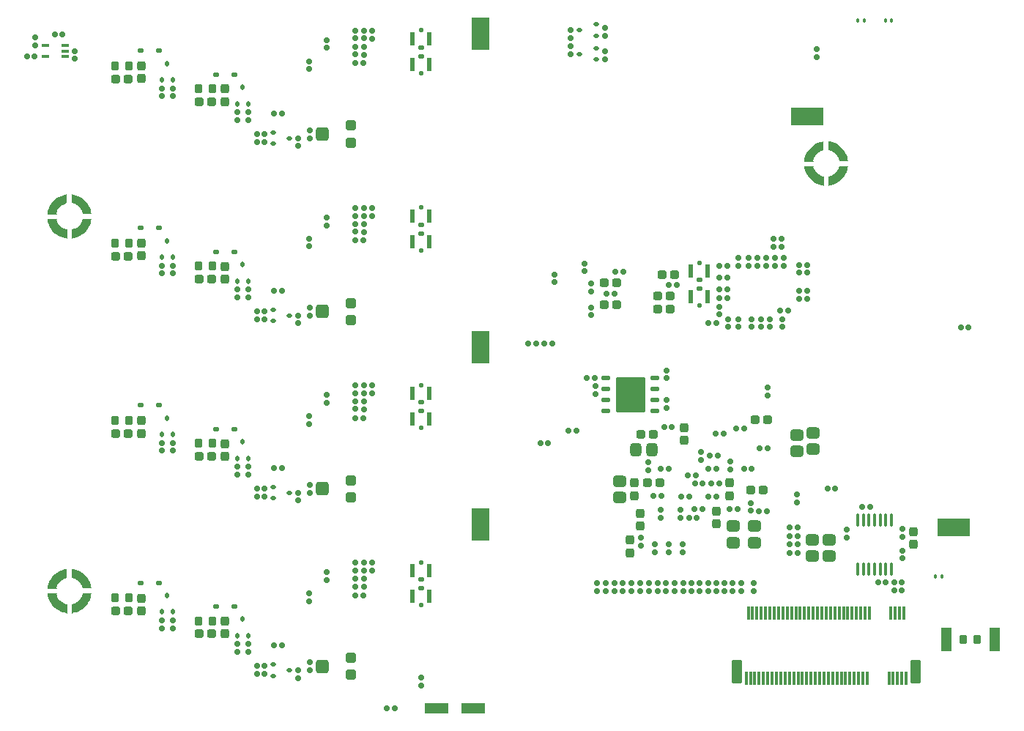
<source format=gbr>
%TF.GenerationSoftware,KiCad,Pcbnew,9.0.0*%
%TF.CreationDate,2025-04-15T14:45:55-04:00*%
%TF.ProjectId,Thunderscope_Rev5,5468756e-6465-4727-9363-6f70655f5265,rev?*%
%TF.SameCoordinates,Original*%
%TF.FileFunction,Paste,Bot*%
%TF.FilePolarity,Positive*%
%FSLAX46Y46*%
G04 Gerber Fmt 4.6, Leading zero omitted, Abs format (unit mm)*
G04 Created by KiCad (PCBNEW 9.0.0) date 2025-04-15 14:45:55*
%MOMM*%
%LPD*%
G01*
G04 APERTURE LIST*
G04 Aperture macros list*
%AMRoundRect*
0 Rectangle with rounded corners*
0 $1 Rounding radius*
0 $2 $3 $4 $5 $6 $7 $8 $9 X,Y pos of 4 corners*
0 Add a 4 corners polygon primitive as box body*
4,1,4,$2,$3,$4,$5,$6,$7,$8,$9,$2,$3,0*
0 Add four circle primitives for the rounded corners*
1,1,$1+$1,$2,$3*
1,1,$1+$1,$4,$5*
1,1,$1+$1,$6,$7*
1,1,$1+$1,$8,$9*
0 Add four rect primitives between the rounded corners*
20,1,$1+$1,$2,$3,$4,$5,0*
20,1,$1+$1,$4,$5,$6,$7,0*
20,1,$1+$1,$6,$7,$8,$9,0*
20,1,$1+$1,$8,$9,$2,$3,0*%
G04 Aperture macros list end*
%ADD10C,0.010000*%
%ADD11C,0.000000*%
%ADD12RoundRect,0.160000X0.160000X0.160000X-0.160000X0.160000X-0.160000X-0.160000X0.160000X-0.160000X0*%
%ADD13RoundRect,0.125000X-0.200000X-0.125000X0.200000X-0.125000X0.200000X0.125000X-0.200000X0.125000X0*%
%ADD14RoundRect,0.225000X0.225000X-0.275000X0.225000X0.275000X-0.225000X0.275000X-0.225000X-0.275000X0*%
%ADD15RoundRect,0.160000X0.160000X-0.160000X0.160000X0.160000X-0.160000X0.160000X-0.160000X-0.160000X0*%
%ADD16RoundRect,0.237500X0.287500X-0.237500X0.287500X0.237500X-0.287500X0.237500X-0.287500X-0.237500X0*%
%ADD17RoundRect,0.075000X0.075000X-0.175000X0.075000X0.175000X-0.075000X0.175000X-0.075000X-0.175000X0*%
%ADD18RoundRect,0.300000X-0.300000X0.300000X-0.300000X-0.300000X0.300000X-0.300000X0.300000X0.300000X0*%
%ADD19RoundRect,0.375000X-0.375000X0.425000X-0.375000X-0.425000X0.375000X-0.425000X0.375000X0.425000X0*%
%ADD20RoundRect,0.237500X-0.287500X0.237500X-0.287500X-0.237500X0.287500X-0.237500X0.287500X0.237500X0*%
%ADD21RoundRect,0.237500X0.237500X0.287500X-0.237500X0.287500X-0.237500X-0.287500X0.237500X-0.287500X0*%
%ADD22RoundRect,0.325000X-0.325000X0.425000X-0.325000X-0.425000X0.325000X-0.425000X0.325000X0.425000X0*%
%ADD23RoundRect,0.160000X-0.160000X0.160000X-0.160000X-0.160000X0.160000X-0.160000X0.160000X0.160000X0*%
%ADD24RoundRect,0.150000X0.150000X0.150000X-0.150000X0.150000X-0.150000X-0.150000X0.150000X-0.150000X0*%
%ADD25RoundRect,0.160000X-0.160000X-0.160000X0.160000X-0.160000X0.160000X0.160000X-0.160000X0.160000X0*%
%ADD26RoundRect,0.101500X0.913500X-1.798500X0.913500X1.798500X-0.913500X1.798500X-0.913500X-1.798500X0*%
%ADD27RoundRect,0.117500X0.182500X-0.117500X0.182500X0.117500X-0.182500X0.117500X-0.182500X-0.117500X0*%
%ADD28RoundRect,0.150000X-0.150000X-0.150000X0.150000X-0.150000X0.150000X0.150000X-0.150000X0.150000X0*%
%ADD29RoundRect,0.150000X-0.150000X0.150000X-0.150000X-0.150000X0.150000X-0.150000X0.150000X0.150000X0*%
%ADD30RoundRect,0.150000X0.150000X-0.150000X0.150000X0.150000X-0.150000X0.150000X-0.150000X-0.150000X0*%
%ADD31RoundRect,0.237500X-0.237500X-0.287500X0.237500X-0.287500X0.237500X0.287500X-0.237500X0.287500X0*%
%ADD32RoundRect,0.137500X0.162500X0.137500X-0.162500X0.137500X-0.162500X-0.137500X0.162500X-0.137500X0*%
%ADD33RoundRect,0.145000X-0.145000X-0.645000X0.145000X-0.645000X0.145000X0.645000X-0.145000X0.645000X0*%
%ADD34RoundRect,0.125000X0.125000X0.125000X-0.125000X0.125000X-0.125000X-0.125000X0.125000X-0.125000X0*%
%ADD35RoundRect,0.145000X0.145000X0.645000X-0.145000X0.645000X-0.145000X-0.645000X0.145000X-0.645000X0*%
%ADD36RoundRect,0.117500X-0.182500X0.117500X-0.182500X-0.117500X0.182500X-0.117500X0.182500X0.117500X0*%
%ADD37RoundRect,0.137500X-0.162500X-0.137500X0.162500X-0.137500X0.162500X0.137500X-0.162500X0.137500X0*%
%ADD38RoundRect,0.125000X-0.125000X-0.125000X0.125000X-0.125000X0.125000X0.125000X-0.125000X0.125000X0*%
%ADD39RoundRect,0.325000X0.425000X0.325000X-0.425000X0.325000X-0.425000X-0.325000X0.425000X-0.325000X0*%
%ADD40RoundRect,0.325000X-0.425000X-0.325000X0.425000X-0.325000X0.425000X0.325000X-0.425000X0.325000X0*%
%ADD41RoundRect,0.117500X0.117500X0.182500X-0.117500X0.182500X-0.117500X-0.182500X0.117500X-0.182500X0*%
%ADD42RoundRect,0.225000X-0.225000X0.275000X-0.225000X-0.275000X0.225000X-0.275000X0.225000X0.275000X0*%
%ADD43RoundRect,0.075000X-0.075000X0.175000X-0.075000X-0.175000X0.075000X-0.175000X0.075000X0.175000X0*%
%ADD44RoundRect,0.060000X-1.315000X-0.540000X1.315000X-0.540000X1.315000X0.540000X-1.315000X0.540000X0*%
%ADD45RoundRect,0.100000X0.100000X-0.637500X0.100000X0.637500X-0.100000X0.637500X-0.100000X-0.637500X0*%
%ADD46RoundRect,0.060000X-0.540000X1.315000X-0.540000X-1.315000X0.540000X-1.315000X0.540000X1.315000X0*%
%ADD47RoundRect,0.101500X-1.798500X-0.913500X1.798500X-0.913500X1.798500X0.913500X-1.798500X0.913500X0*%
%ADD48RoundRect,0.112500X0.412500X-0.112500X0.412500X0.112500X-0.412500X0.112500X-0.412500X-0.112500X0*%
%ADD49RoundRect,0.085000X1.615000X-1.915000X1.615000X1.915000X-1.615000X1.915000X-1.615000X-1.915000X0*%
%ADD50RoundRect,0.100000X0.325000X-0.100000X0.325000X0.100000X-0.325000X0.100000X-0.325000X-0.100000X0*%
%ADD51RoundRect,0.076200X-0.076200X-0.698500X0.076200X-0.698500X0.076200X0.698500X-0.076200X0.698500X0*%
%ADD52RoundRect,0.119380X-0.477520X-1.252220X0.477520X-1.252220X0.477520X1.252220X-0.477520X1.252220X0*%
G04 APERTURE END LIST*
D10*
%TO.C,SO2*%
X94458731Y-85103626D02*
X95481096Y-85103600D01*
X95481095Y-85703597D02*
X94458768Y-85703889D01*
X96701121Y-87945964D02*
X96701095Y-86923599D01*
X97301092Y-86923600D02*
X97301384Y-87945927D01*
D11*
G36*
X96701098Y-83883600D02*
G01*
X96401274Y-83975099D01*
X96141157Y-84114840D01*
X95905559Y-84308065D01*
X95711482Y-84544940D01*
X95570838Y-84807982D01*
X95481095Y-85103600D01*
X94458731Y-85103624D01*
X94497797Y-84867783D01*
X94561599Y-84627416D01*
X94645296Y-84401695D01*
X94752759Y-84179433D01*
X94879752Y-83970594D01*
X95027016Y-83773688D01*
X95190789Y-83593519D01*
X95365843Y-83433942D01*
X95568586Y-83281921D01*
X95780047Y-83153568D01*
X95994491Y-83049805D01*
X96222649Y-82964825D01*
X96457762Y-82901923D01*
X96700807Y-82861273D01*
X96701098Y-83883600D01*
G37*
G36*
X95572594Y-86003421D02*
G01*
X95712335Y-86263538D01*
X95905560Y-86499136D01*
X96142435Y-86693213D01*
X96405477Y-86833857D01*
X96701095Y-86923600D01*
X96701119Y-87945964D01*
X96465278Y-87906898D01*
X96224911Y-87843096D01*
X95999190Y-87759399D01*
X95776928Y-87651936D01*
X95568089Y-87524943D01*
X95371183Y-87377679D01*
X95191014Y-87213906D01*
X95031437Y-87038852D01*
X94879416Y-86836109D01*
X94751063Y-86624648D01*
X94647300Y-86410204D01*
X94562320Y-86182046D01*
X94499418Y-85946933D01*
X94458768Y-85703888D01*
X95481095Y-85703597D01*
X95572594Y-86003421D01*
G37*
G36*
X97536912Y-82900302D02*
G01*
X97777279Y-82964104D01*
X98003000Y-83047801D01*
X98225262Y-83155264D01*
X98434101Y-83282257D01*
X98631007Y-83429521D01*
X98811176Y-83593294D01*
X98970753Y-83768348D01*
X99122774Y-83971091D01*
X99251127Y-84182552D01*
X99354890Y-84396996D01*
X99439870Y-84625154D01*
X99502772Y-84860267D01*
X99543422Y-85103312D01*
X98521095Y-85103603D01*
X98429596Y-84803779D01*
X98289855Y-84543662D01*
X98096630Y-84308064D01*
X97859755Y-84113987D01*
X97596713Y-83973343D01*
X97301095Y-83883600D01*
X97301071Y-82861236D01*
X97536912Y-82900302D01*
G37*
G36*
X99504393Y-85939417D02*
G01*
X99440591Y-86179784D01*
X99356894Y-86405505D01*
X99249431Y-86627767D01*
X99122438Y-86836606D01*
X98975174Y-87033512D01*
X98811401Y-87213681D01*
X98636347Y-87373258D01*
X98433604Y-87525279D01*
X98222143Y-87653632D01*
X98007699Y-87757395D01*
X97779541Y-87842375D01*
X97544428Y-87905277D01*
X97301383Y-87945927D01*
X97301092Y-86923600D01*
X97600916Y-86832101D01*
X97861033Y-86692360D01*
X98096631Y-86499135D01*
X98290708Y-86262260D01*
X98431352Y-85999218D01*
X98521095Y-85703600D01*
X99543459Y-85703576D01*
X99504393Y-85939417D01*
G37*
D10*
%TO.C,SO1*%
X181933731Y-78978626D02*
X182956096Y-78978600D01*
X182956095Y-79578597D02*
X181933768Y-79578889D01*
X184176121Y-81820964D02*
X184176095Y-80798599D01*
X184776092Y-80798600D02*
X184776384Y-81820927D01*
D11*
G36*
X184176098Y-77758600D02*
G01*
X183876274Y-77850099D01*
X183616157Y-77989840D01*
X183380559Y-78183065D01*
X183186482Y-78419940D01*
X183045838Y-78682982D01*
X182956095Y-78978600D01*
X181933731Y-78978624D01*
X181972797Y-78742783D01*
X182036599Y-78502416D01*
X182120296Y-78276695D01*
X182227759Y-78054433D01*
X182354752Y-77845594D01*
X182502016Y-77648688D01*
X182665789Y-77468519D01*
X182840843Y-77308942D01*
X183043586Y-77156921D01*
X183255047Y-77028568D01*
X183469491Y-76924805D01*
X183697649Y-76839825D01*
X183932762Y-76776923D01*
X184175807Y-76736273D01*
X184176098Y-77758600D01*
G37*
G36*
X183047594Y-79878421D02*
G01*
X183187335Y-80138538D01*
X183380560Y-80374136D01*
X183617435Y-80568213D01*
X183880477Y-80708857D01*
X184176095Y-80798600D01*
X184176119Y-81820964D01*
X183940278Y-81781898D01*
X183699911Y-81718096D01*
X183474190Y-81634399D01*
X183251928Y-81526936D01*
X183043089Y-81399943D01*
X182846183Y-81252679D01*
X182666014Y-81088906D01*
X182506437Y-80913852D01*
X182354416Y-80711109D01*
X182226063Y-80499648D01*
X182122300Y-80285204D01*
X182037320Y-80057046D01*
X181974418Y-79821933D01*
X181933768Y-79578888D01*
X182956095Y-79578597D01*
X183047594Y-79878421D01*
G37*
G36*
X185011912Y-76775302D02*
G01*
X185252279Y-76839104D01*
X185478000Y-76922801D01*
X185700262Y-77030264D01*
X185909101Y-77157257D01*
X186106007Y-77304521D01*
X186286176Y-77468294D01*
X186445753Y-77643348D01*
X186597774Y-77846091D01*
X186726127Y-78057552D01*
X186829890Y-78271996D01*
X186914870Y-78500154D01*
X186977772Y-78735267D01*
X187018422Y-78978312D01*
X185996095Y-78978603D01*
X185904596Y-78678779D01*
X185764855Y-78418662D01*
X185571630Y-78183064D01*
X185334755Y-77988987D01*
X185071713Y-77848343D01*
X184776095Y-77758600D01*
X184776071Y-76736236D01*
X185011912Y-76775302D01*
G37*
G36*
X186979393Y-79814417D02*
G01*
X186915591Y-80054784D01*
X186831894Y-80280505D01*
X186724431Y-80502767D01*
X186597438Y-80711606D01*
X186450174Y-80908512D01*
X186286401Y-81088681D01*
X186111347Y-81248258D01*
X185908604Y-81400279D01*
X185697143Y-81528632D01*
X185482699Y-81632395D01*
X185254541Y-81717375D01*
X185019428Y-81780277D01*
X184776383Y-81820927D01*
X184776092Y-80798600D01*
X185075916Y-80707101D01*
X185336033Y-80567360D01*
X185571631Y-80374135D01*
X185765708Y-80137260D01*
X185906352Y-79874218D01*
X185996095Y-79578600D01*
X187018459Y-79578576D01*
X186979393Y-79814417D01*
G37*
D10*
%TO.C,SO3*%
X94458731Y-128403626D02*
X95481096Y-128403600D01*
X95481095Y-129003597D02*
X94458768Y-129003889D01*
X96701121Y-131245964D02*
X96701095Y-130223599D01*
X97301092Y-130223600D02*
X97301384Y-131245927D01*
D11*
G36*
X96701098Y-127183600D02*
G01*
X96401274Y-127275099D01*
X96141157Y-127414840D01*
X95905559Y-127608065D01*
X95711482Y-127844940D01*
X95570838Y-128107982D01*
X95481095Y-128403600D01*
X94458731Y-128403624D01*
X94497797Y-128167783D01*
X94561599Y-127927416D01*
X94645296Y-127701695D01*
X94752759Y-127479433D01*
X94879752Y-127270594D01*
X95027016Y-127073688D01*
X95190789Y-126893519D01*
X95365843Y-126733942D01*
X95568586Y-126581921D01*
X95780047Y-126453568D01*
X95994491Y-126349805D01*
X96222649Y-126264825D01*
X96457762Y-126201923D01*
X96700807Y-126161273D01*
X96701098Y-127183600D01*
G37*
G36*
X95572594Y-129303421D02*
G01*
X95712335Y-129563538D01*
X95905560Y-129799136D01*
X96142435Y-129993213D01*
X96405477Y-130133857D01*
X96701095Y-130223600D01*
X96701119Y-131245964D01*
X96465278Y-131206898D01*
X96224911Y-131143096D01*
X95999190Y-131059399D01*
X95776928Y-130951936D01*
X95568089Y-130824943D01*
X95371183Y-130677679D01*
X95191014Y-130513906D01*
X95031437Y-130338852D01*
X94879416Y-130136109D01*
X94751063Y-129924648D01*
X94647300Y-129710204D01*
X94562320Y-129482046D01*
X94499418Y-129246933D01*
X94458768Y-129003888D01*
X95481095Y-129003597D01*
X95572594Y-129303421D01*
G37*
G36*
X97536912Y-126200302D02*
G01*
X97777279Y-126264104D01*
X98003000Y-126347801D01*
X98225262Y-126455264D01*
X98434101Y-126582257D01*
X98631007Y-126729521D01*
X98811176Y-126893294D01*
X98970753Y-127068348D01*
X99122774Y-127271091D01*
X99251127Y-127482552D01*
X99354890Y-127696996D01*
X99439870Y-127925154D01*
X99502772Y-128160267D01*
X99543422Y-128403312D01*
X98521095Y-128403603D01*
X98429596Y-128103779D01*
X98289855Y-127843662D01*
X98096630Y-127608064D01*
X97859755Y-127413987D01*
X97596713Y-127273343D01*
X97301095Y-127183600D01*
X97301071Y-126161236D01*
X97536912Y-126200302D01*
G37*
G36*
X99504393Y-129239417D02*
G01*
X99440591Y-129479784D01*
X99356894Y-129705505D01*
X99249431Y-129927767D01*
X99122438Y-130136606D01*
X98975174Y-130333512D01*
X98811401Y-130513681D01*
X98636347Y-130673258D01*
X98433604Y-130825279D01*
X98222143Y-130953632D01*
X98007699Y-131057395D01*
X97779541Y-131142375D01*
X97544428Y-131205277D01*
X97301383Y-131245927D01*
X97301092Y-130223600D01*
X97600916Y-130132101D01*
X97861033Y-129992360D01*
X98096631Y-129799135D01*
X98290708Y-129562260D01*
X98431352Y-129299218D01*
X98521095Y-129003600D01*
X99543459Y-129003576D01*
X99504393Y-129239417D01*
G37*
%TO.C,U19*%
G36*
X161761106Y-105913620D02*
G01*
X160261106Y-105913620D01*
X160261106Y-104113620D01*
X161761106Y-104113620D01*
X161761106Y-105913620D01*
G37*
G36*
X161761106Y-107913600D02*
G01*
X160261106Y-107913600D01*
X160261106Y-106113600D01*
X161761106Y-106113600D01*
X161761106Y-107913600D01*
G37*
G36*
X163461096Y-105913600D02*
G01*
X161961096Y-105913600D01*
X161961096Y-104113600D01*
X163461096Y-104113600D01*
X163461096Y-105913600D01*
G37*
G36*
X163461106Y-107913580D02*
G01*
X161961106Y-107913580D01*
X161961106Y-106113580D01*
X163461106Y-106113580D01*
X163461106Y-107913580D01*
G37*
%TD*%
D12*
%TO.C,C172*%
X165351095Y-119306100D03*
X165351095Y-120226100D03*
%TD*%
D13*
%TO.C,D1001_4*%
X113951095Y-130503600D03*
X116051095Y-130503600D03*
%TD*%
D14*
%TO.C,R1028_4*%
X113501105Y-132152950D03*
X111901105Y-132152950D03*
%TD*%
D15*
%TO.C,C92*%
X171811095Y-97703600D03*
X170891095Y-97703600D03*
%TD*%
%TO.C,C149*%
X166661095Y-109753600D03*
X165741095Y-109753600D03*
%TD*%
D16*
%TO.C,C21*%
X160251095Y-95603600D03*
X158801095Y-95603600D03*
%TD*%
D14*
%TO.C,R1028_2*%
X113501105Y-91152950D03*
X111901105Y-91152950D03*
%TD*%
D15*
%TO.C,C156*%
X171811095Y-114578600D03*
X170891095Y-114578600D03*
%TD*%
D17*
%TO.C,D4*%
X188851095Y-62803600D03*
X188151095Y-62803600D03*
%TD*%
D12*
%TO.C,C90*%
X175551095Y-90193600D03*
X175551095Y-91113600D03*
%TD*%
D18*
%TO.C,R1049_2*%
X129526095Y-95403600D03*
D19*
X126276095Y-96403600D03*
D18*
X129526095Y-97403600D03*
%TD*%
D20*
%TO.C,C147*%
X163026095Y-110578600D03*
X164476095Y-110578600D03*
%TD*%
%TO.C,C20*%
X165001095Y-96103600D03*
X166451095Y-96103600D03*
%TD*%
D21*
%TO.C,C1026_4*%
X105326095Y-129528601D03*
X105326095Y-130978599D03*
%TD*%
D22*
%TO.C,C145*%
X162441096Y-112353600D03*
X164341094Y-112353600D03*
%TD*%
D14*
%TO.C,R1027_4*%
X103876095Y-129503600D03*
X102276095Y-129503600D03*
%TD*%
D15*
%TO.C,C49*%
X180086095Y-96278600D03*
X179166095Y-96278600D03*
%TD*%
D23*
%TO.C,C1057_4*%
X120641095Y-135003600D03*
X121561095Y-135003600D03*
%TD*%
D24*
%TO.C,R1030_2*%
X117676095Y-93853610D03*
X117676095Y-94753610D03*
%TD*%
D25*
%TO.C,C1042_3*%
X131026095Y-107713600D03*
X131026095Y-106793600D03*
%TD*%
D20*
%TO.C,C26*%
X165501095Y-92103600D03*
X166951095Y-92103600D03*
%TD*%
D25*
%TO.C,C41*%
X159976095Y-128738600D03*
X159976095Y-127818600D03*
%TD*%
D16*
%TO.C,C15*%
X160251095Y-93078600D03*
X158801095Y-93078600D03*
%TD*%
D26*
%TO.C,TP3*%
X144501095Y-121053600D03*
%TD*%
D27*
%TO.C,Q1004_4*%
X122451105Y-137853600D03*
X120551095Y-138503610D03*
X120551095Y-137203600D03*
%TD*%
D24*
%TO.C,R1045_4*%
X130076095Y-125428610D03*
X130076095Y-126328610D03*
%TD*%
D28*
%TO.C,R1050_2*%
X123426095Y-97753590D03*
X123426095Y-96853590D03*
%TD*%
D14*
%TO.C,R1028_3*%
X113501105Y-111652950D03*
X111901105Y-111652950D03*
%TD*%
D28*
%TO.C,R1048_3*%
X124801095Y-117353590D03*
X124801095Y-116453590D03*
%TD*%
D27*
%TO.C,Q1004_1*%
X122451105Y-76353600D03*
X120551095Y-77003610D03*
X120551095Y-75703600D03*
%TD*%
D24*
%TO.C,R1030_3*%
X117676095Y-114353610D03*
X117676095Y-115253610D03*
%TD*%
D29*
%TO.C,R69*%
X180251105Y-124278600D03*
X181151105Y-124278600D03*
%TD*%
D26*
%TO.C,TP45*%
X144501095Y-64303600D03*
%TD*%
D30*
%TO.C,R7*%
X96201095Y-64403590D03*
X95301095Y-64403590D03*
%TD*%
D24*
%TO.C,R44*%
X179351095Y-88003600D03*
X179351095Y-88903600D03*
%TD*%
D18*
%TO.C,R1049_1*%
X129526095Y-74903600D03*
D19*
X126276095Y-75903600D03*
D18*
X129526095Y-76903600D03*
%TD*%
D31*
%TO.C,C1028_3*%
X114976095Y-113128600D03*
X114976095Y-111678600D03*
%TD*%
D32*
%TO.C,J7*%
X169801095Y-92728600D03*
D33*
X170761095Y-91753600D03*
D34*
X169801095Y-90753600D03*
D35*
X168841095Y-91753600D03*
%TD*%
D24*
%TO.C,R1036_4*%
X124751095Y-128978610D03*
X124751095Y-129878610D03*
%TD*%
D25*
%TO.C,C1042_2*%
X131026095Y-87213600D03*
X131026095Y-86293600D03*
%TD*%
D28*
%TO.C,R47*%
X182301095Y-91928601D03*
X182301095Y-91028601D03*
%TD*%
D25*
%TO.C,C1*%
X93051105Y-65663590D03*
X93051105Y-64743590D03*
%TD*%
D13*
%TO.C,D1001_1*%
X113951095Y-69003600D03*
X116051095Y-69003600D03*
%TD*%
D30*
%TO.C,R128*%
X155576090Y-110153601D03*
X154676090Y-110153601D03*
%TD*%
D24*
%TO.C,R1045_1*%
X130076095Y-63928610D03*
X130076095Y-64828610D03*
%TD*%
D20*
%TO.C,C23*%
X165001095Y-94603600D03*
X166451095Y-94603600D03*
%TD*%
D29*
%TO.C,R101*%
X150051105Y-100103600D03*
X150951105Y-100103600D03*
%TD*%
D28*
%TO.C,FB1001_3*%
X130051095Y-107678590D03*
X130051095Y-106778590D03*
%TD*%
D25*
%TO.C,C48*%
X177951095Y-98188600D03*
X177951095Y-97268600D03*
%TD*%
D16*
%TO.C,C1029_3*%
X113426105Y-113153600D03*
X111976105Y-113153600D03*
%TD*%
D24*
%TO.C,R111*%
X183426095Y-66103610D03*
X183426095Y-67003610D03*
%TD*%
D16*
%TO.C,C1029_1*%
X113426105Y-72153600D03*
X111976105Y-72153600D03*
%TD*%
D29*
%TO.C,R121*%
X151451105Y-111653600D03*
X152351105Y-111653600D03*
%TD*%
D15*
%TO.C,C154*%
X168611095Y-117778600D03*
X167691095Y-117778600D03*
%TD*%
D28*
%TO.C,R117*%
X181076095Y-118478590D03*
X181076095Y-117578590D03*
%TD*%
D30*
%TO.C,R1051_2*%
X119576085Y-97328590D03*
X118676085Y-97328590D03*
%TD*%
D24*
%TO.C,R39*%
X168917200Y-127803610D03*
X168917200Y-128703610D03*
%TD*%
D25*
%TO.C,C1054_4*%
X126726095Y-127438590D03*
X126726095Y-126518590D03*
%TD*%
D28*
%TO.C,FB2*%
X157276095Y-94053590D03*
X157276095Y-93153590D03*
%TD*%
D21*
%TO.C,C173*%
X162976095Y-119753601D03*
X162976095Y-121203599D03*
%TD*%
D36*
%TO.C,Q1*%
X155976085Y-63878590D03*
X157876095Y-63228580D03*
X157876095Y-64528590D03*
%TD*%
D21*
%TO.C,C1026_3*%
X105351095Y-109028601D03*
X105351095Y-110478599D03*
%TD*%
D30*
%TO.C,R1051_3*%
X119576085Y-117828590D03*
X118676085Y-117828590D03*
%TD*%
D15*
%TO.C,C139*%
X175021095Y-109903600D03*
X174101095Y-109903600D03*
%TD*%
D29*
%TO.C,R41*%
X133676105Y-142253600D03*
X134576105Y-142253600D03*
%TD*%
D24*
%TO.C,R24*%
X176076095Y-127803610D03*
X176076095Y-128703610D03*
%TD*%
D37*
%TO.C,J3_1*%
X137651095Y-66878600D03*
D35*
X136691095Y-67853600D03*
D38*
X137651095Y-68853600D03*
D33*
X138611095Y-67853600D03*
%TD*%
D25*
%TO.C,C32*%
X164976095Y-128738600D03*
X164976095Y-127818600D03*
%TD*%
D12*
%TO.C,C89*%
X179551095Y-90193600D03*
X179551095Y-91113600D03*
%TD*%
D14*
%TO.C,R1027_1*%
X103876095Y-68003600D03*
X102276095Y-68003600D03*
%TD*%
D24*
%TO.C,R36*%
X169876095Y-127803610D03*
X169876095Y-128703610D03*
%TD*%
D25*
%TO.C,C28*%
X166976095Y-128738600D03*
X166976095Y-127818600D03*
%TD*%
%TO.C,C36*%
X162976095Y-128738600D03*
X162976095Y-127818600D03*
%TD*%
D29*
%TO.C,R1052_4*%
X118676105Y-137378600D03*
X119576105Y-137378600D03*
%TD*%
D24*
%TO.C,R16*%
X156576095Y-90853610D03*
X156576095Y-91753610D03*
%TD*%
%TO.C,R35*%
X170826095Y-127803610D03*
X170826095Y-128703610D03*
%TD*%
%TO.C,FB3*%
X172151095Y-95828610D03*
X172151095Y-96728610D03*
%TD*%
D12*
%TO.C,C148*%
X163901095Y-113793600D03*
X163901095Y-114713600D03*
%TD*%
D30*
%TO.C,R1051_4*%
X119576085Y-138328590D03*
X118676085Y-138328590D03*
%TD*%
D14*
%TO.C,R1027_3*%
X103876095Y-109003600D03*
X102276095Y-109003600D03*
%TD*%
D24*
%TO.C,R15*%
X153051095Y-92103610D03*
X153051095Y-93003610D03*
%TD*%
D39*
%TO.C,C161*%
X160611095Y-116003601D03*
X160611095Y-117903599D03*
%TD*%
D40*
%TO.C,C153*%
X173751095Y-123116099D03*
X173751095Y-121216101D03*
%TD*%
D14*
%TO.C,R1028_1*%
X113501105Y-70652950D03*
X111901105Y-70652950D03*
%TD*%
D25*
%TO.C,C57*%
X179376095Y-98188600D03*
X179376095Y-97268600D03*
%TD*%
D40*
%TO.C,C152*%
X183001095Y-112328600D03*
X183001095Y-110428600D03*
%TD*%
D13*
%TO.C,D1000_4*%
X105226085Y-127753600D03*
X107326085Y-127753600D03*
%TD*%
D31*
%TO.C,C146*%
X168101095Y-111278600D03*
X168101095Y-109828600D03*
%TD*%
%TO.C,C1028_2*%
X114976095Y-92628600D03*
X114976095Y-91178600D03*
%TD*%
D24*
%TO.C,R1029_1*%
X108951095Y-70603610D03*
X108951095Y-71503610D03*
%TD*%
D31*
%TO.C,C1028_4*%
X114976095Y-133628600D03*
X114976095Y-132178600D03*
%TD*%
D20*
%TO.C,C163*%
X163826095Y-116203600D03*
X165276095Y-116203600D03*
%TD*%
D16*
%TO.C,C142*%
X177736094Y-108923600D03*
X176286096Y-108923600D03*
%TD*%
D15*
%TO.C,C25*%
X167236095Y-93353600D03*
X166316095Y-93353600D03*
%TD*%
D28*
%TO.C,R1050_4*%
X123426095Y-138753590D03*
X123426095Y-137853590D03*
%TD*%
D30*
%TO.C,R53*%
X182276085Y-94953600D03*
X181376085Y-94953600D03*
%TD*%
D25*
%TO.C,C1054_3*%
X126726095Y-106938590D03*
X126726095Y-106018590D03*
%TD*%
D41*
%TO.C,Q1003_3*%
X117026105Y-111478590D03*
X117676115Y-113378600D03*
X116376105Y-113378600D03*
%TD*%
D30*
%TO.C,R1*%
X185526085Y-116892350D03*
X184626085Y-116892350D03*
%TD*%
D24*
%TO.C,R40*%
X167976095Y-127803610D03*
X167976095Y-128703610D03*
%TD*%
%TO.C,R1029_3*%
X108951095Y-111603610D03*
X108951095Y-112503610D03*
%TD*%
%TO.C,R1045_3*%
X130076095Y-104928610D03*
X130076095Y-105828610D03*
%TD*%
D13*
%TO.C,D1000_2*%
X105226085Y-86753600D03*
X107326085Y-86753600D03*
%TD*%
D28*
%TO.C,R1031_3*%
X107651095Y-112503590D03*
X107651095Y-111603590D03*
%TD*%
D42*
%TO.C,R54*%
X200351096Y-134303600D03*
X201951094Y-134303600D03*
%TD*%
D24*
%TO.C,R68*%
X157776095Y-105053610D03*
X157776095Y-105953610D03*
%TD*%
D15*
%TO.C,C1041_4*%
X130986095Y-129203600D03*
X130066095Y-129203600D03*
%TD*%
D25*
%TO.C,C1054_2*%
X126726095Y-86438590D03*
X126726095Y-85518590D03*
%TD*%
%TO.C,C56*%
X176951095Y-98188600D03*
X176951095Y-97268600D03*
%TD*%
D29*
%TO.C,R1052_2*%
X118676105Y-96378600D03*
X119576105Y-96378600D03*
%TD*%
D24*
%TO.C,R114*%
X175741095Y-118543610D03*
X175741095Y-119443610D03*
%TD*%
D29*
%TO.C,R3*%
X192326105Y-128653600D03*
X193226105Y-128653600D03*
%TD*%
D23*
%TO.C,C129*%
X156841095Y-104083600D03*
X157761095Y-104083600D03*
%TD*%
D12*
%TO.C,C171*%
X167651095Y-119306100D03*
X167651095Y-120226100D03*
%TD*%
D16*
%TO.C,C1027_3*%
X103801095Y-110503600D03*
X102351095Y-110503600D03*
%TD*%
D28*
%TO.C,R67*%
X166061096Y-104113591D03*
X166061096Y-103213591D03*
%TD*%
D29*
%TO.C,FB12*%
X169301105Y-116278600D03*
X170201105Y-116278600D03*
%TD*%
D15*
%TO.C,C27*%
X161036095Y-91828600D03*
X160116095Y-91828600D03*
%TD*%
D24*
%TO.C,R1046_1*%
X131026095Y-63928610D03*
X131026095Y-64828610D03*
%TD*%
D18*
%TO.C,R1049_3*%
X129526095Y-115903600D03*
D19*
X126276095Y-116903600D03*
D18*
X129526095Y-117903600D03*
%TD*%
D23*
%TO.C,C63*%
X172166095Y-94853600D03*
X173086095Y-94853600D03*
%TD*%
D12*
%TO.C,C50*%
X177551095Y-90193600D03*
X177551095Y-91113600D03*
%TD*%
D21*
%TO.C,C1026_2*%
X105351095Y-88528601D03*
X105351095Y-89978599D03*
%TD*%
D25*
%TO.C,C1042_1*%
X131026095Y-66713600D03*
X131026095Y-65793600D03*
%TD*%
D13*
%TO.C,D1000_1*%
X105226085Y-66253600D03*
X107326085Y-66253600D03*
%TD*%
D24*
%TO.C,R31*%
X172717200Y-127803610D03*
X172717200Y-128703610D03*
%TD*%
D12*
%TO.C,C170*%
X166276095Y-123306100D03*
X166276095Y-124226100D03*
%TD*%
D23*
%TO.C,C88*%
X172166095Y-92453590D03*
X173086095Y-92453590D03*
%TD*%
D43*
%TO.C,D3*%
X197126095Y-127003600D03*
X197826095Y-127003600D03*
%TD*%
D29*
%TO.C,R119*%
X180251105Y-121378600D03*
X181151105Y-121378600D03*
%TD*%
D30*
%TO.C,FB11*%
X171781085Y-117773600D03*
X170881085Y-117773600D03*
%TD*%
D41*
%TO.C,Q1002_4*%
X108301095Y-129228590D03*
X108951105Y-131128600D03*
X107651095Y-131128600D03*
%TD*%
D43*
%TO.C,D5*%
X191351095Y-62803600D03*
X192051095Y-62803600D03*
%TD*%
D29*
%TO.C,R60*%
X188651105Y-119003600D03*
X189551105Y-119003600D03*
%TD*%
D15*
%TO.C,C1041_2*%
X130986095Y-88203600D03*
X130066095Y-88203600D03*
%TD*%
D37*
%TO.C,J3_4*%
X137651095Y-128378600D03*
D35*
X136691095Y-129353600D03*
D38*
X137651095Y-130353600D03*
D33*
X138611095Y-129353600D03*
%TD*%
D12*
%TO.C,C59*%
X176551095Y-90193600D03*
X176551095Y-91113600D03*
%TD*%
D24*
%TO.C,R1046_4*%
X131026095Y-125428610D03*
X131026095Y-126328610D03*
%TD*%
D27*
%TO.C,Q1004_2*%
X122451105Y-96853600D03*
X120551095Y-97503610D03*
X120551095Y-96203600D03*
%TD*%
%TO.C,Q1004_3*%
X122451105Y-117353600D03*
X120551095Y-118003610D03*
X120551095Y-116703600D03*
%TD*%
D24*
%TO.C,R1036_1*%
X124751095Y-67478610D03*
X124751095Y-68378610D03*
%TD*%
%TO.C,R1036_3*%
X124751095Y-108478610D03*
X124751095Y-109378610D03*
%TD*%
D12*
%TO.C,C164*%
X173401095Y-113718600D03*
X173401095Y-114638600D03*
%TD*%
D37*
%TO.C,J3_3*%
X137651095Y-107878600D03*
D35*
X136691095Y-108853600D03*
D38*
X137651095Y-109853600D03*
D33*
X138611095Y-108853600D03*
%TD*%
D44*
%TO.C,TP15*%
X139426095Y-142253600D03*
%TD*%
D45*
%TO.C,U10*%
X192026095Y-126191100D03*
X191376095Y-126191100D03*
X190726095Y-126191100D03*
X190076095Y-126191100D03*
X189426095Y-126191100D03*
X188776095Y-126191100D03*
X188126095Y-126191100D03*
X188126095Y-120466100D03*
X188776095Y-120466100D03*
X189426095Y-120466100D03*
X190076095Y-120466100D03*
X190726095Y-120466100D03*
X191376095Y-120466100D03*
X192026095Y-120466100D03*
%TD*%
D12*
%TO.C,C60*%
X174351095Y-90193600D03*
X174351095Y-91113600D03*
%TD*%
D13*
%TO.C,D1001_2*%
X113951095Y-89503600D03*
X116051095Y-89503600D03*
%TD*%
D18*
%TO.C,R1049_4*%
X129526095Y-136403600D03*
D19*
X126276095Y-137403600D03*
D18*
X129526095Y-138403600D03*
%TD*%
D28*
%TO.C,R9*%
X158951095Y-64528580D03*
X158951095Y-63628580D03*
%TD*%
D23*
%TO.C,C52*%
X172166095Y-91113590D03*
X173086095Y-91113590D03*
%TD*%
D30*
%TO.C,R63*%
X191376085Y-127703600D03*
X190476085Y-127703600D03*
%TD*%
D23*
%TO.C,C167*%
X171166095Y-116253600D03*
X172086095Y-116253600D03*
%TD*%
D24*
%TO.C,R27*%
X174626095Y-127803610D03*
X174626095Y-128703610D03*
%TD*%
D28*
%TO.C,R1031_1*%
X107651095Y-71503590D03*
X107651095Y-70603590D03*
%TD*%
D46*
%TO.C,TP20*%
X203951096Y-134303600D03*
%TD*%
D23*
%TO.C,C140*%
X174971095Y-114578600D03*
X175891095Y-114578600D03*
%TD*%
D28*
%TO.C,R1032_2*%
X116376095Y-94753590D03*
X116376095Y-93853590D03*
%TD*%
D23*
%TO.C,C1057_1*%
X120641095Y-73503600D03*
X121561095Y-73503600D03*
%TD*%
D12*
%TO.C,C78*%
X193326095Y-121543600D03*
X193326095Y-122463600D03*
%TD*%
D30*
%TO.C,R1051_1*%
X119576085Y-76828590D03*
X118676085Y-76828590D03*
%TD*%
D47*
%TO.C,TP74*%
X199225000Y-121325000D03*
%TD*%
D28*
%TO.C,FB1001_4*%
X130051095Y-128178590D03*
X130051095Y-127278590D03*
%TD*%
D25*
%TO.C,C1033_4*%
X132026095Y-126363600D03*
X132026095Y-125443600D03*
%TD*%
D28*
%TO.C,R1031_2*%
X107651095Y-92003590D03*
X107651095Y-91103590D03*
%TD*%
D31*
%TO.C,C168*%
X161826095Y-124278599D03*
X161826095Y-122828601D03*
%TD*%
D24*
%TO.C,R8*%
X97651105Y-66303600D03*
X97651105Y-67203600D03*
%TD*%
D32*
%TO.C,J4_2*%
X137631665Y-86362320D03*
D33*
X138591665Y-85387320D03*
D34*
X137631665Y-84387320D03*
D35*
X136671665Y-85387320D03*
%TD*%
D15*
%TO.C,C191*%
X166246095Y-114578600D03*
X165326095Y-114578600D03*
%TD*%
D41*
%TO.C,Q1003_4*%
X117026105Y-131978590D03*
X117676115Y-133878600D03*
X116376105Y-133878600D03*
%TD*%
D23*
%TO.C,C61*%
X172166095Y-93853600D03*
X173086095Y-93853600D03*
%TD*%
D30*
%TO.C,R113*%
X177591085Y-119463600D03*
X176691085Y-119463600D03*
%TD*%
D15*
%TO.C,C141*%
X177711095Y-112178600D03*
X176791095Y-112178600D03*
%TD*%
D25*
%TO.C,C1042_4*%
X131026095Y-128213600D03*
X131026095Y-127293600D03*
%TD*%
D41*
%TO.C,Q1003_2*%
X117026105Y-90978590D03*
X117676115Y-92878600D03*
X116376105Y-92878600D03*
%TD*%
D40*
%TO.C,C144*%
X181101095Y-112553600D03*
X181101095Y-110653600D03*
%TD*%
D24*
%TO.C,R1030_4*%
X117676095Y-134853610D03*
X117676095Y-135753610D03*
%TD*%
D41*
%TO.C,Q1002_1*%
X108301095Y-67728590D03*
X108951105Y-69628600D03*
X107651095Y-69628600D03*
%TD*%
D25*
%TO.C,C53*%
X175851095Y-98188600D03*
X175851095Y-97268600D03*
%TD*%
D24*
%TO.C,R1029_2*%
X108951095Y-91103610D03*
X108951095Y-92003610D03*
%TD*%
%TO.C,R28*%
X173667200Y-127803610D03*
X173667200Y-128703610D03*
%TD*%
D16*
%TO.C,C1027_2*%
X103801095Y-90003600D03*
X102351095Y-90003600D03*
%TD*%
D15*
%TO.C,C150*%
X165461095Y-117713600D03*
X164541095Y-117713600D03*
%TD*%
D28*
%TO.C,FB1001_1*%
X130051095Y-66678590D03*
X130051095Y-65778590D03*
%TD*%
D40*
%TO.C,C87*%
X176151095Y-123116099D03*
X176151095Y-121216101D03*
%TD*%
D32*
%TO.C,J4_4*%
X137631665Y-127362320D03*
D33*
X138591665Y-126387320D03*
D34*
X137631665Y-125387320D03*
D35*
X136671665Y-126387320D03*
%TD*%
D32*
%TO.C,J4_3*%
X137631665Y-106862320D03*
D33*
X138591665Y-105887320D03*
D34*
X137631665Y-104887320D03*
D35*
X136671665Y-105887320D03*
%TD*%
D25*
%TO.C,C189*%
X167876095Y-124226100D03*
X167876095Y-123306100D03*
%TD*%
D28*
%TO.C,R59*%
X177676095Y-106103590D03*
X177676095Y-105203590D03*
%TD*%
D14*
%TO.C,R1027_2*%
X103876095Y-88503600D03*
X102276095Y-88503600D03*
%TD*%
D28*
%TO.C,R45*%
X178401105Y-88903580D03*
X178401105Y-88003580D03*
%TD*%
D24*
%TO.C,R1046_3*%
X131026095Y-104928610D03*
X131026095Y-105828610D03*
%TD*%
D29*
%TO.C,R58*%
X200051105Y-98203600D03*
X200951105Y-98203600D03*
%TD*%
D28*
%TO.C,R46*%
X181351095Y-91928600D03*
X181351095Y-91028600D03*
%TD*%
D29*
%TO.C,R1052_3*%
X118676105Y-116878600D03*
X119576105Y-116878600D03*
%TD*%
D28*
%TO.C,R62*%
X193326095Y-124928590D03*
X193326095Y-124028590D03*
%TD*%
D41*
%TO.C,Q1002_2*%
X108301095Y-88228590D03*
X108951105Y-90128600D03*
X107651095Y-90128600D03*
%TD*%
D37*
%TO.C,J6*%
X169801095Y-93728600D03*
D35*
X168841095Y-94703600D03*
D38*
X169801095Y-95703600D03*
D33*
X170761095Y-94703600D03*
%TD*%
D41*
%TO.C,Q1003_1*%
X117026105Y-70478590D03*
X117676115Y-72378600D03*
X116376105Y-72378600D03*
%TD*%
D25*
%TO.C,C190*%
X163076095Y-123463600D03*
X163076095Y-122543600D03*
%TD*%
%TO.C,C1054_1*%
X126726095Y-65938590D03*
X126726095Y-65018590D03*
%TD*%
D28*
%TO.C,R1032_3*%
X116376095Y-115253590D03*
X116376095Y-114353590D03*
%TD*%
D24*
%TO.C,R1030_1*%
X117676095Y-73353610D03*
X117676095Y-74253610D03*
%TD*%
D23*
%TO.C,C174*%
X180241095Y-122353600D03*
X181161095Y-122353600D03*
%TD*%
D12*
%TO.C,C58*%
X178551095Y-90193600D03*
X178551095Y-91113600D03*
%TD*%
D39*
%TO.C,C86*%
X182901095Y-122753600D03*
X182901095Y-124653600D03*
%TD*%
D16*
%TO.C,C1027_4*%
X103801095Y-131003600D03*
X102351095Y-131003600D03*
%TD*%
D30*
%TO.C,R50*%
X182276085Y-93978600D03*
X181376085Y-93978600D03*
%TD*%
D47*
%TO.C,TP73*%
X182325000Y-73875000D03*
%TD*%
D28*
%TO.C,R1032_4*%
X116376095Y-135753590D03*
X116376095Y-134853590D03*
%TD*%
D25*
%TO.C,C1033_3*%
X132026095Y-105863600D03*
X132026095Y-104943600D03*
%TD*%
D16*
%TO.C,C1027_1*%
X103801095Y-69503600D03*
X102351095Y-69503600D03*
%TD*%
D37*
%TO.C,J3_2*%
X137651095Y-87378600D03*
D35*
X136691095Y-88353600D03*
D38*
X137651095Y-89353600D03*
D33*
X138611095Y-88353600D03*
%TD*%
D23*
%TO.C,C157*%
X173291095Y-119253600D03*
X174211095Y-119253600D03*
%TD*%
D24*
%TO.C,FB1*%
X157276095Y-95928610D03*
X157276095Y-96828610D03*
%TD*%
D21*
%TO.C,C162*%
X162311095Y-116228601D03*
X162311095Y-117678599D03*
%TD*%
D31*
%TO.C,C1028_1*%
X114976095Y-72128600D03*
X114976095Y-70678600D03*
%TD*%
D29*
%TO.C,R2*%
X192326105Y-127703600D03*
X193226105Y-127703600D03*
%TD*%
D25*
%TO.C,C37*%
X161976095Y-128738600D03*
X161976095Y-127818600D03*
%TD*%
D15*
%TO.C,C155*%
X170186095Y-119253600D03*
X169266095Y-119253600D03*
%TD*%
D28*
%TO.C,FB1001_2*%
X130051095Y-87178590D03*
X130051095Y-86278590D03*
%TD*%
D16*
%TO.C,C143*%
X177246094Y-116993600D03*
X175796096Y-116993600D03*
%TD*%
D31*
%TO.C,C158*%
X173326095Y-117678599D03*
X173326095Y-116228601D03*
%TD*%
D12*
%TO.C,C82*%
X137651095Y-138718600D03*
X137651095Y-139638600D03*
%TD*%
D36*
%TO.C,Q2*%
X155976085Y-66628600D03*
X157876095Y-65978590D03*
X157876095Y-67278600D03*
%TD*%
D29*
%TO.C,R84*%
X92101115Y-66953590D03*
X93001115Y-66953590D03*
%TD*%
D48*
%TO.C,U19*%
X164681096Y-104108600D03*
X164681096Y-105378600D03*
X164681096Y-106648600D03*
X164681096Y-107918600D03*
X159041096Y-107918600D03*
X159041096Y-106648600D03*
X159041096Y-105378600D03*
X159041096Y-104108600D03*
D49*
X161861096Y-106013600D03*
%TD*%
D29*
%TO.C,R1052_1*%
X118676105Y-75878600D03*
X119576105Y-75878600D03*
%TD*%
D28*
%TO.C,R1048_2*%
X124801095Y-96853590D03*
X124801095Y-95953590D03*
%TD*%
D29*
%TO.C,FB13*%
X168626105Y-120228600D03*
X169526105Y-120228600D03*
%TD*%
D28*
%TO.C,R1048_1*%
X124801095Y-76353590D03*
X124801095Y-75453590D03*
%TD*%
D31*
%TO.C,C159*%
X171791095Y-120908599D03*
X171791095Y-119458601D03*
%TD*%
D50*
%TO.C,U1*%
X96476106Y-65653590D03*
X96476105Y-66303590D03*
X96476106Y-66953590D03*
X94226104Y-66953590D03*
X94226104Y-65653590D03*
%TD*%
D28*
%TO.C,R1032_1*%
X116376095Y-74253590D03*
X116376095Y-73353590D03*
%TD*%
D51*
%TO.C,J8*%
X175226095Y-138803600D03*
X175476095Y-131253600D03*
X175726095Y-138803600D03*
X175976095Y-131253600D03*
X176226095Y-138803600D03*
X176476095Y-131253600D03*
X176726095Y-138803600D03*
X176976095Y-131253600D03*
X177226095Y-138803600D03*
X177476095Y-131253600D03*
X177726095Y-138803600D03*
X177976095Y-131253600D03*
X178226095Y-138803600D03*
X178476095Y-131253600D03*
X178726095Y-138803600D03*
X178976095Y-131253600D03*
X179226095Y-138803600D03*
X179476095Y-131253600D03*
X179726095Y-138803600D03*
X179976095Y-131253600D03*
X180226095Y-138803600D03*
X180476095Y-131253600D03*
X180726095Y-138803600D03*
X180976095Y-131253600D03*
X181226095Y-138803600D03*
X181476095Y-131253600D03*
X181726095Y-138803600D03*
X181976095Y-131253600D03*
X182226095Y-138803600D03*
X182476095Y-131253600D03*
X182726095Y-138803600D03*
X182976095Y-131253600D03*
X183226095Y-138803600D03*
X183476095Y-131253600D03*
X183726095Y-138803600D03*
X183976095Y-131253600D03*
X184226095Y-138803600D03*
X184476095Y-131253600D03*
X184726095Y-138803600D03*
X184976095Y-131253600D03*
X185226095Y-138803600D03*
X185476095Y-131253600D03*
X185726095Y-138803600D03*
X185976095Y-131253600D03*
X186226095Y-138803600D03*
X186476095Y-131253600D03*
X186726095Y-138803600D03*
X186976095Y-131253600D03*
X187226095Y-138803600D03*
X187476095Y-131253600D03*
X187726095Y-138803600D03*
X187976095Y-131253600D03*
X188226095Y-138803600D03*
X188476095Y-131253600D03*
X188726095Y-138803600D03*
X188976095Y-131253600D03*
X189226095Y-138803600D03*
X189476095Y-131253600D03*
X191726095Y-138803600D03*
X191976095Y-131253600D03*
X192226095Y-138803600D03*
X192476095Y-131253600D03*
X192726095Y-138803600D03*
X192976095Y-131253600D03*
X193226095Y-138803600D03*
X193476095Y-131253600D03*
X193726095Y-138803600D03*
D52*
X174126095Y-138028600D03*
X194826095Y-138028600D03*
%TD*%
D12*
%TO.C,C169*%
X164701095Y-123306100D03*
X164701095Y-124226100D03*
%TD*%
D24*
%TO.C,R32*%
X171767200Y-127803610D03*
X171767200Y-128703610D03*
%TD*%
D16*
%TO.C,C1029_4*%
X113426105Y-133653600D03*
X111976105Y-133653600D03*
%TD*%
D24*
%TO.C,R1045_2*%
X130076095Y-84428610D03*
X130076095Y-85328610D03*
%TD*%
D28*
%TO.C,R61*%
X186826095Y-122528590D03*
X186826095Y-121628590D03*
%TD*%
D24*
%TO.C,R1036_2*%
X124751095Y-87978610D03*
X124751095Y-88878610D03*
%TD*%
D31*
%TO.C,C79*%
X194576095Y-123278600D03*
X194576095Y-121828600D03*
%TD*%
D28*
%TO.C,R1050_1*%
X123426095Y-77253590D03*
X123426095Y-76353590D03*
%TD*%
D12*
%TO.C,C151*%
X170021095Y-112673600D03*
X170021095Y-113593600D03*
%TD*%
D29*
%TO.C,R118*%
X180251105Y-123328600D03*
X181151105Y-123328600D03*
%TD*%
D23*
%TO.C,C1057_3*%
X120641095Y-114503600D03*
X121561095Y-114503600D03*
%TD*%
D15*
%TO.C,C1041_1*%
X130986095Y-67703600D03*
X130066095Y-67703600D03*
%TD*%
D24*
%TO.C,R1046_2*%
X131026095Y-84428610D03*
X131026095Y-85328610D03*
%TD*%
D46*
%TO.C,TP19*%
X198351094Y-134303600D03*
%TD*%
D41*
%TO.C,Q1002_3*%
X108301095Y-108728590D03*
X108951105Y-110628600D03*
X107651095Y-110628600D03*
%TD*%
D15*
%TO.C,C1041_3*%
X130986095Y-108703600D03*
X130066095Y-108703600D03*
%TD*%
D21*
%TO.C,C1026_1*%
X105351095Y-68028601D03*
X105351095Y-69478599D03*
%TD*%
D15*
%TO.C,C166*%
X171936095Y-113028600D03*
X171016095Y-113028600D03*
%TD*%
D25*
%TO.C,C45*%
X157976095Y-128738600D03*
X157976095Y-127818600D03*
%TD*%
D29*
%TO.C,R17*%
X159076105Y-94328600D03*
X159976105Y-94328600D03*
%TD*%
D44*
%TO.C,TP14*%
X143676095Y-142278600D03*
%TD*%
D25*
%TO.C,C33*%
X163976095Y-128738600D03*
X163976095Y-127818600D03*
%TD*%
%TO.C,C54*%
X173126095Y-98188600D03*
X173126095Y-97268600D03*
%TD*%
D24*
%TO.C,R1029_4*%
X108951095Y-132103610D03*
X108951095Y-133003610D03*
%TD*%
D25*
%TO.C,C55*%
X174351095Y-98188600D03*
X174351095Y-97268600D03*
%TD*%
%TO.C,C44*%
X158976095Y-128738600D03*
X158976095Y-127818600D03*
%TD*%
D28*
%TO.C,R1048_4*%
X124801095Y-137853590D03*
X124801095Y-136953590D03*
%TD*%
%TO.C,R12*%
X154901095Y-66628580D03*
X154901095Y-65728580D03*
%TD*%
D25*
%TO.C,C1033_1*%
X132026095Y-64863600D03*
X132026095Y-63943600D03*
%TD*%
D13*
%TO.C,D1000_3*%
X105226085Y-107253600D03*
X107326085Y-107253600D03*
%TD*%
D25*
%TO.C,C40*%
X160976095Y-128738600D03*
X160976095Y-127818600D03*
%TD*%
%TO.C,C1033_2*%
X132026095Y-85363600D03*
X132026095Y-84443600D03*
%TD*%
%TO.C,C29*%
X165976095Y-128738600D03*
X165976095Y-127818600D03*
%TD*%
D32*
%TO.C,J4_1*%
X137631665Y-65862320D03*
D33*
X138591665Y-64887320D03*
D34*
X137631665Y-63887320D03*
D35*
X136671665Y-64887320D03*
%TD*%
D24*
%TO.C,R11*%
X154901095Y-63878600D03*
X154901095Y-64778600D03*
%TD*%
D28*
%TO.C,R1031_4*%
X107651095Y-133003590D03*
X107651095Y-132103590D03*
%TD*%
%TO.C,R1050_3*%
X123426095Y-118253590D03*
X123426095Y-117353590D03*
%TD*%
%TO.C,R66*%
X166061096Y-107563591D03*
X166061096Y-106663591D03*
%TD*%
%TO.C,R10*%
X158951095Y-67228580D03*
X158951095Y-66328580D03*
%TD*%
D16*
%TO.C,C1029_2*%
X113426105Y-92653600D03*
X111976105Y-92653600D03*
%TD*%
D15*
%TO.C,C165*%
X169411095Y-115303600D03*
X168491095Y-115303600D03*
%TD*%
D23*
%TO.C,C1057_2*%
X120641095Y-94003600D03*
X121561095Y-94003600D03*
%TD*%
D39*
%TO.C,C160*%
X184801095Y-122753600D03*
X184801095Y-124653600D03*
%TD*%
D15*
%TO.C,C138*%
X172636095Y-110503600D03*
X171716095Y-110503600D03*
%TD*%
%TO.C,C77*%
X152836095Y-100128600D03*
X151916095Y-100128600D03*
%TD*%
D13*
%TO.C,D1001_3*%
X113951095Y-110003600D03*
X116051095Y-110003600D03*
%TD*%
D26*
%TO.C,TP2*%
X144501095Y-100553600D03*
%TD*%
M02*

</source>
